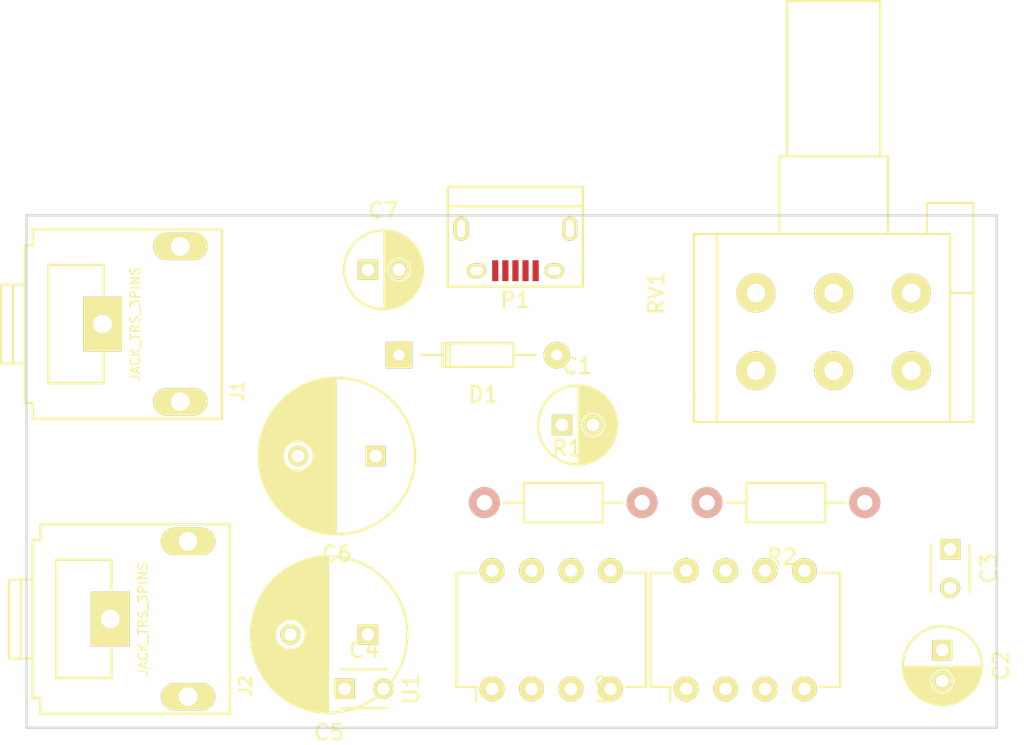
<source format=kicad_pcb>
(kicad_pcb (version 4) (host pcbnew 4.0.2+dfsg1-stable)

  (general
    (links 31)
    (no_connects 18)
    (area 21.924999 19.924999 84.575001 53.075001)
    (thickness 1.6)
    (drawings 4)
    (tracks 0)
    (zones 0)
    (modules 16)
    (nets 23)
  )

  (page User 150.012 101.6)
  (layers
    (0 F.Cu signal)
    (31 B.Cu signal)
    (32 B.Adhes user)
    (33 F.Adhes user)
    (34 B.Paste user)
    (35 F.Paste user)
    (36 B.SilkS user)
    (37 F.SilkS user)
    (38 B.Mask user)
    (39 F.Mask user)
    (40 Dwgs.User user)
    (41 Cmts.User user)
    (42 Eco1.User user)
    (43 Eco2.User user)
    (44 Edge.Cuts user)
    (45 Margin user)
    (46 B.CrtYd user)
    (47 F.CrtYd user)
    (48 B.Fab user)
    (49 F.Fab user)
  )

  (setup
    (last_trace_width 0.25)
    (user_trace_width 0.8)
    (trace_clearance 0.2)
    (zone_clearance 0.8)
    (zone_45_only no)
    (trace_min 0.2)
    (segment_width 0.2)
    (edge_width 0.15)
    (via_size 0.6)
    (via_drill 0.4)
    (via_min_size 0.4)
    (via_min_drill 0.3)
    (user_via 0.8 0.75)
    (uvia_size 0.3)
    (uvia_drill 0.1)
    (uvias_allowed no)
    (uvia_min_size 0.2)
    (uvia_min_drill 0.1)
    (pcb_text_width 0.3)
    (pcb_text_size 1.5 1.5)
    (mod_edge_width 0.15)
    (mod_text_size 1 1)
    (mod_text_width 0.15)
    (pad_size 1.524 1.524)
    (pad_drill 0.762)
    (pad_to_mask_clearance 0.2)
    (aux_axis_origin 85.3 46.2)
    (grid_origin 108 136)
    (visible_elements FFFFF77F)
    (pcbplotparams
      (layerselection 0x00000_00000001)
      (usegerberextensions false)
      (excludeedgelayer true)
      (linewidth 0.500000)
      (plotframeref false)
      (viasonmask false)
      (mode 1)
      (useauxorigin false)
      (hpglpennumber 1)
      (hpglpenspeed 20)
      (hpglpendiameter 15)
      (hpglpenoverlay 2)
      (psnegative false)
      (psa4output false)
      (plotreference true)
      (plotvalue true)
      (plotinvisibletext false)
      (padsonsilk false)
      (subtractmaskfromsilk false)
      (outputformat 4)
      (mirror false)
      (drillshape 0)
      (scaleselection 1)
      (outputdirectory ""))
  )

  (net 0 "")
  (net 1 "Net-(C1-Pad1)")
  (net 2 GND)
  (net 3 "Net-(C2-Pad1)")
  (net 4 "Net-(C3-Pad1)")
  (net 5 "Net-(C4-Pad1)")
  (net 6 "Net-(C5-Pad2)")
  (net 7 "Net-(C6-Pad2)")
  (net 8 Vcc)
  (net 9 "Net-(U1-Pad1)")
  (net 10 "Net-(RV1-Pad2)")
  (net 11 "Net-(U1-Pad8)")
  (net 12 "Net-(U2-Pad1)")
  (net 13 "Net-(RV1-Pad5)")
  (net 14 "Net-(U2-Pad8)")
  (net 15 "Net-(J1-Pad2)")
  (net 16 "Net-(J1-Pad3)")
  (net 17 "Net-(C5-Pad1)")
  (net 18 "Net-(C6-Pad1)")
  (net 19 "Net-(D1-Pad2)")
  (net 20 "Net-(P1-Pad2)")
  (net 21 "Net-(P1-Pad3)")
  (net 22 "Net-(P1-Pad5)")

  (net_class Default "This is the default net class."
    (clearance 0.2)
    (trace_width 0.25)
    (via_dia 0.6)
    (via_drill 0.4)
    (uvia_dia 0.3)
    (uvia_drill 0.1)
    (add_net GND)
    (add_net "Net-(C1-Pad1)")
    (add_net "Net-(C2-Pad1)")
    (add_net "Net-(C3-Pad1)")
    (add_net "Net-(C4-Pad1)")
    (add_net "Net-(C5-Pad1)")
    (add_net "Net-(C5-Pad2)")
    (add_net "Net-(C6-Pad1)")
    (add_net "Net-(C6-Pad2)")
    (add_net "Net-(D1-Pad2)")
    (add_net "Net-(J1-Pad2)")
    (add_net "Net-(J1-Pad3)")
    (add_net "Net-(P1-Pad2)")
    (add_net "Net-(P1-Pad3)")
    (add_net "Net-(P1-Pad5)")
    (add_net "Net-(RV1-Pad2)")
    (add_net "Net-(RV1-Pad5)")
    (add_net "Net-(U1-Pad1)")
    (add_net "Net-(U1-Pad8)")
    (add_net "Net-(U2-Pad1)")
    (add_net "Net-(U2-Pad8)")
    (add_net Vcc)
  )

  (module Capacitors_ThroughHole:C_Radial_D5_L11_P2 (layer F.Cu) (tedit 0) (tstamp 5AEB741C)
    (at 56.5 33.5)
    (descr "Radial Electrolytic Capacitor 5mm x Length 11mm, Pitch 2mm")
    (tags "Electrolytic Capacitor")
    (path /5AD1E1CD)
    (fp_text reference C1 (at 1 -3.8) (layer F.SilkS)
      (effects (font (size 1 1) (thickness 0.15)))
    )
    (fp_text value 100uF (at 1 3.8) (layer F.Fab)
      (effects (font (size 1 1) (thickness 0.15)))
    )
    (fp_line (start 1.075 -2.499) (end 1.075 2.499) (layer F.SilkS) (width 0.15))
    (fp_line (start 1.215 -2.491) (end 1.215 -0.154) (layer F.SilkS) (width 0.15))
    (fp_line (start 1.215 0.154) (end 1.215 2.491) (layer F.SilkS) (width 0.15))
    (fp_line (start 1.355 -2.475) (end 1.355 -0.473) (layer F.SilkS) (width 0.15))
    (fp_line (start 1.355 0.473) (end 1.355 2.475) (layer F.SilkS) (width 0.15))
    (fp_line (start 1.495 -2.451) (end 1.495 -0.62) (layer F.SilkS) (width 0.15))
    (fp_line (start 1.495 0.62) (end 1.495 2.451) (layer F.SilkS) (width 0.15))
    (fp_line (start 1.635 -2.418) (end 1.635 -0.712) (layer F.SilkS) (width 0.15))
    (fp_line (start 1.635 0.712) (end 1.635 2.418) (layer F.SilkS) (width 0.15))
    (fp_line (start 1.775 -2.377) (end 1.775 -0.768) (layer F.SilkS) (width 0.15))
    (fp_line (start 1.775 0.768) (end 1.775 2.377) (layer F.SilkS) (width 0.15))
    (fp_line (start 1.915 -2.327) (end 1.915 -0.795) (layer F.SilkS) (width 0.15))
    (fp_line (start 1.915 0.795) (end 1.915 2.327) (layer F.SilkS) (width 0.15))
    (fp_line (start 2.055 -2.266) (end 2.055 -0.798) (layer F.SilkS) (width 0.15))
    (fp_line (start 2.055 0.798) (end 2.055 2.266) (layer F.SilkS) (width 0.15))
    (fp_line (start 2.195 -2.196) (end 2.195 -0.776) (layer F.SilkS) (width 0.15))
    (fp_line (start 2.195 0.776) (end 2.195 2.196) (layer F.SilkS) (width 0.15))
    (fp_line (start 2.335 -2.114) (end 2.335 -0.726) (layer F.SilkS) (width 0.15))
    (fp_line (start 2.335 0.726) (end 2.335 2.114) (layer F.SilkS) (width 0.15))
    (fp_line (start 2.475 -2.019) (end 2.475 -0.644) (layer F.SilkS) (width 0.15))
    (fp_line (start 2.475 0.644) (end 2.475 2.019) (layer F.SilkS) (width 0.15))
    (fp_line (start 2.615 -1.908) (end 2.615 -0.512) (layer F.SilkS) (width 0.15))
    (fp_line (start 2.615 0.512) (end 2.615 1.908) (layer F.SilkS) (width 0.15))
    (fp_line (start 2.755 -1.78) (end 2.755 -0.265) (layer F.SilkS) (width 0.15))
    (fp_line (start 2.755 0.265) (end 2.755 1.78) (layer F.SilkS) (width 0.15))
    (fp_line (start 2.895 -1.631) (end 2.895 1.631) (layer F.SilkS) (width 0.15))
    (fp_line (start 3.035 -1.452) (end 3.035 1.452) (layer F.SilkS) (width 0.15))
    (fp_line (start 3.175 -1.233) (end 3.175 1.233) (layer F.SilkS) (width 0.15))
    (fp_line (start 3.315 -0.944) (end 3.315 0.944) (layer F.SilkS) (width 0.15))
    (fp_line (start 3.455 -0.472) (end 3.455 0.472) (layer F.SilkS) (width 0.15))
    (fp_circle (center 2 0) (end 2 -0.8) (layer F.SilkS) (width 0.15))
    (fp_circle (center 1 0) (end 1 -2.5375) (layer F.SilkS) (width 0.15))
    (fp_circle (center 1 0) (end 1 -2.8) (layer F.CrtYd) (width 0.05))
    (pad 1 thru_hole rect (at 0 0) (size 1.3 1.3) (drill 0.8) (layers *.Cu *.Mask F.SilkS)
      (net 1 "Net-(C1-Pad1)"))
    (pad 2 thru_hole circle (at 2 0) (size 1.3 1.3) (drill 0.8) (layers *.Cu *.Mask F.SilkS)
      (net 2 GND))
    (model Capacitors_ThroughHole.3dshapes/C_Radial_D5_L11_P2.wrl
      (at (xyz 0 0 0))
      (scale (xyz 1 1 1))
      (rotate (xyz 0 0 0))
    )
  )

  (module Capacitors_ThroughHole:C_Radial_D5_L11_P2 (layer F.Cu) (tedit 0) (tstamp 5AEB7443)
    (at 81 48 270)
    (descr "Radial Electrolytic Capacitor 5mm x Length 11mm, Pitch 2mm")
    (tags "Electrolytic Capacitor")
    (path /5AD1E3E5)
    (fp_text reference C2 (at 1 -3.8 270) (layer F.SilkS)
      (effects (font (size 1 1) (thickness 0.15)))
    )
    (fp_text value 100uF (at 1 3.8 270) (layer F.Fab)
      (effects (font (size 1 1) (thickness 0.15)))
    )
    (fp_line (start 1.075 -2.499) (end 1.075 2.499) (layer F.SilkS) (width 0.15))
    (fp_line (start 1.215 -2.491) (end 1.215 -0.154) (layer F.SilkS) (width 0.15))
    (fp_line (start 1.215 0.154) (end 1.215 2.491) (layer F.SilkS) (width 0.15))
    (fp_line (start 1.355 -2.475) (end 1.355 -0.473) (layer F.SilkS) (width 0.15))
    (fp_line (start 1.355 0.473) (end 1.355 2.475) (layer F.SilkS) (width 0.15))
    (fp_line (start 1.495 -2.451) (end 1.495 -0.62) (layer F.SilkS) (width 0.15))
    (fp_line (start 1.495 0.62) (end 1.495 2.451) (layer F.SilkS) (width 0.15))
    (fp_line (start 1.635 -2.418) (end 1.635 -0.712) (layer F.SilkS) (width 0.15))
    (fp_line (start 1.635 0.712) (end 1.635 2.418) (layer F.SilkS) (width 0.15))
    (fp_line (start 1.775 -2.377) (end 1.775 -0.768) (layer F.SilkS) (width 0.15))
    (fp_line (start 1.775 0.768) (end 1.775 2.377) (layer F.SilkS) (width 0.15))
    (fp_line (start 1.915 -2.327) (end 1.915 -0.795) (layer F.SilkS) (width 0.15))
    (fp_line (start 1.915 0.795) (end 1.915 2.327) (layer F.SilkS) (width 0.15))
    (fp_line (start 2.055 -2.266) (end 2.055 -0.798) (layer F.SilkS) (width 0.15))
    (fp_line (start 2.055 0.798) (end 2.055 2.266) (layer F.SilkS) (width 0.15))
    (fp_line (start 2.195 -2.196) (end 2.195 -0.776) (layer F.SilkS) (width 0.15))
    (fp_line (start 2.195 0.776) (end 2.195 2.196) (layer F.SilkS) (width 0.15))
    (fp_line (start 2.335 -2.114) (end 2.335 -0.726) (layer F.SilkS) (width 0.15))
    (fp_line (start 2.335 0.726) (end 2.335 2.114) (layer F.SilkS) (width 0.15))
    (fp_line (start 2.475 -2.019) (end 2.475 -0.644) (layer F.SilkS) (width 0.15))
    (fp_line (start 2.475 0.644) (end 2.475 2.019) (layer F.SilkS) (width 0.15))
    (fp_line (start 2.615 -1.908) (end 2.615 -0.512) (layer F.SilkS) (width 0.15))
    (fp_line (start 2.615 0.512) (end 2.615 1.908) (layer F.SilkS) (width 0.15))
    (fp_line (start 2.755 -1.78) (end 2.755 -0.265) (layer F.SilkS) (width 0.15))
    (fp_line (start 2.755 0.265) (end 2.755 1.78) (layer F.SilkS) (width 0.15))
    (fp_line (start 2.895 -1.631) (end 2.895 1.631) (layer F.SilkS) (width 0.15))
    (fp_line (start 3.035 -1.452) (end 3.035 1.452) (layer F.SilkS) (width 0.15))
    (fp_line (start 3.175 -1.233) (end 3.175 1.233) (layer F.SilkS) (width 0.15))
    (fp_line (start 3.315 -0.944) (end 3.315 0.944) (layer F.SilkS) (width 0.15))
    (fp_line (start 3.455 -0.472) (end 3.455 0.472) (layer F.SilkS) (width 0.15))
    (fp_circle (center 2 0) (end 2 -0.8) (layer F.SilkS) (width 0.15))
    (fp_circle (center 1 0) (end 1 -2.5375) (layer F.SilkS) (width 0.15))
    (fp_circle (center 1 0) (end 1 -2.8) (layer F.CrtYd) (width 0.05))
    (pad 1 thru_hole rect (at 0 0 270) (size 1.3 1.3) (drill 0.8) (layers *.Cu *.Mask F.SilkS)
      (net 3 "Net-(C2-Pad1)"))
    (pad 2 thru_hole circle (at 2 0 270) (size 1.3 1.3) (drill 0.8) (layers *.Cu *.Mask F.SilkS)
      (net 2 GND))
    (model Capacitors_ThroughHole.3dshapes/C_Radial_D5_L11_P2.wrl
      (at (xyz 0 0 0))
      (scale (xyz 1 1 1))
      (rotate (xyz 0 0 0))
    )
  )

  (module Capacitors_ThroughHole:C_Disc_D3_P2.5 (layer F.Cu) (tedit 0) (tstamp 5AEB744F)
    (at 81.5 41.5 270)
    (descr "Capacitor 3mm Disc, Pitch 2.5mm")
    (tags Capacitor)
    (path /5AE8B2E9)
    (fp_text reference C3 (at 1.25 -2.5 270) (layer F.SilkS)
      (effects (font (size 1 1) (thickness 0.15)))
    )
    (fp_text value 47nF (at 1.25 2.5 270) (layer F.Fab)
      (effects (font (size 1 1) (thickness 0.15)))
    )
    (fp_line (start -0.9 -1.5) (end 3.4 -1.5) (layer F.CrtYd) (width 0.05))
    (fp_line (start 3.4 -1.5) (end 3.4 1.5) (layer F.CrtYd) (width 0.05))
    (fp_line (start 3.4 1.5) (end -0.9 1.5) (layer F.CrtYd) (width 0.05))
    (fp_line (start -0.9 1.5) (end -0.9 -1.5) (layer F.CrtYd) (width 0.05))
    (fp_line (start -0.25 -1.25) (end 2.75 -1.25) (layer F.SilkS) (width 0.15))
    (fp_line (start 2.75 1.25) (end -0.25 1.25) (layer F.SilkS) (width 0.15))
    (pad 1 thru_hole rect (at 0 0 270) (size 1.3 1.3) (drill 0.8) (layers *.Cu *.Mask F.SilkS)
      (net 4 "Net-(C3-Pad1)"))
    (pad 2 thru_hole circle (at 2.5 0 270) (size 1.3 1.3) (drill 0.8001) (layers *.Cu *.Mask F.SilkS)
      (net 2 GND))
    (model Capacitors_ThroughHole.3dshapes/C_Disc_D3_P2.5.wrl
      (at (xyz 0.0492126 0 0))
      (scale (xyz 1 1 1))
      (rotate (xyz 0 0 0))
    )
  )

  (module Capacitors_ThroughHole:C_Disc_D3_P2.5 (layer F.Cu) (tedit 0) (tstamp 5AEB745B)
    (at 42.5 50.5)
    (descr "Capacitor 3mm Disc, Pitch 2.5mm")
    (tags Capacitor)
    (path /5AE8B25F)
    (fp_text reference C4 (at 1.25 -2.5) (layer F.SilkS)
      (effects (font (size 1 1) (thickness 0.15)))
    )
    (fp_text value 47nF (at 1.25 2.5) (layer F.Fab)
      (effects (font (size 1 1) (thickness 0.15)))
    )
    (fp_line (start -0.9 -1.5) (end 3.4 -1.5) (layer F.CrtYd) (width 0.05))
    (fp_line (start 3.4 -1.5) (end 3.4 1.5) (layer F.CrtYd) (width 0.05))
    (fp_line (start 3.4 1.5) (end -0.9 1.5) (layer F.CrtYd) (width 0.05))
    (fp_line (start -0.9 1.5) (end -0.9 -1.5) (layer F.CrtYd) (width 0.05))
    (fp_line (start -0.25 -1.25) (end 2.75 -1.25) (layer F.SilkS) (width 0.15))
    (fp_line (start 2.75 1.25) (end -0.25 1.25) (layer F.SilkS) (width 0.15))
    (pad 1 thru_hole rect (at 0 0) (size 1.3 1.3) (drill 0.8) (layers *.Cu *.Mask F.SilkS)
      (net 5 "Net-(C4-Pad1)"))
    (pad 2 thru_hole circle (at 2.5 0) (size 1.3 1.3) (drill 0.8001) (layers *.Cu *.Mask F.SilkS)
      (net 2 GND))
    (model Capacitors_ThroughHole.3dshapes/C_Disc_D3_P2.5.wrl
      (at (xyz 0.0492126 0 0))
      (scale (xyz 1 1 1))
      (rotate (xyz 0 0 0))
    )
  )

  (module Capacitors_ThroughHole:C_Radial_D10_L13_P5 (layer F.Cu) (tedit 0) (tstamp 5AEB7496)
    (at 44 47 180)
    (descr "Radial Electrolytic Capacitor Diameter 10mm x Length 13mm, Pitch 5mm")
    (tags "Electrolytic Capacitor")
    (path /5AD1E933)
    (fp_text reference C5 (at 2.5 -6.3 180) (layer F.SilkS)
      (effects (font (size 1 1) (thickness 0.15)))
    )
    (fp_text value 1000uF (at 2.5 6.3 180) (layer F.Fab)
      (effects (font (size 1 1) (thickness 0.15)))
    )
    (fp_line (start 2.575 -4.999) (end 2.575 4.999) (layer F.SilkS) (width 0.15))
    (fp_line (start 2.715 -4.995) (end 2.715 4.995) (layer F.SilkS) (width 0.15))
    (fp_line (start 2.855 -4.987) (end 2.855 4.987) (layer F.SilkS) (width 0.15))
    (fp_line (start 2.995 -4.975) (end 2.995 4.975) (layer F.SilkS) (width 0.15))
    (fp_line (start 3.135 -4.96) (end 3.135 4.96) (layer F.SilkS) (width 0.15))
    (fp_line (start 3.275 -4.94) (end 3.275 4.94) (layer F.SilkS) (width 0.15))
    (fp_line (start 3.415 -4.916) (end 3.415 4.916) (layer F.SilkS) (width 0.15))
    (fp_line (start 3.555 -4.887) (end 3.555 4.887) (layer F.SilkS) (width 0.15))
    (fp_line (start 3.695 -4.855) (end 3.695 4.855) (layer F.SilkS) (width 0.15))
    (fp_line (start 3.835 -4.818) (end 3.835 4.818) (layer F.SilkS) (width 0.15))
    (fp_line (start 3.975 -4.777) (end 3.975 4.777) (layer F.SilkS) (width 0.15))
    (fp_line (start 4.115 -4.732) (end 4.115 -0.466) (layer F.SilkS) (width 0.15))
    (fp_line (start 4.115 0.466) (end 4.115 4.732) (layer F.SilkS) (width 0.15))
    (fp_line (start 4.255 -4.682) (end 4.255 -0.667) (layer F.SilkS) (width 0.15))
    (fp_line (start 4.255 0.667) (end 4.255 4.682) (layer F.SilkS) (width 0.15))
    (fp_line (start 4.395 -4.627) (end 4.395 -0.796) (layer F.SilkS) (width 0.15))
    (fp_line (start 4.395 0.796) (end 4.395 4.627) (layer F.SilkS) (width 0.15))
    (fp_line (start 4.535 -4.567) (end 4.535 -0.885) (layer F.SilkS) (width 0.15))
    (fp_line (start 4.535 0.885) (end 4.535 4.567) (layer F.SilkS) (width 0.15))
    (fp_line (start 4.675 -4.502) (end 4.675 -0.946) (layer F.SilkS) (width 0.15))
    (fp_line (start 4.675 0.946) (end 4.675 4.502) (layer F.SilkS) (width 0.15))
    (fp_line (start 4.815 -4.432) (end 4.815 -0.983) (layer F.SilkS) (width 0.15))
    (fp_line (start 4.815 0.983) (end 4.815 4.432) (layer F.SilkS) (width 0.15))
    (fp_line (start 4.955 -4.356) (end 4.955 -0.999) (layer F.SilkS) (width 0.15))
    (fp_line (start 4.955 0.999) (end 4.955 4.356) (layer F.SilkS) (width 0.15))
    (fp_line (start 5.095 -4.274) (end 5.095 -0.995) (layer F.SilkS) (width 0.15))
    (fp_line (start 5.095 0.995) (end 5.095 4.274) (layer F.SilkS) (width 0.15))
    (fp_line (start 5.235 -4.186) (end 5.235 -0.972) (layer F.SilkS) (width 0.15))
    (fp_line (start 5.235 0.972) (end 5.235 4.186) (layer F.SilkS) (width 0.15))
    (fp_line (start 5.375 -4.091) (end 5.375 -0.927) (layer F.SilkS) (width 0.15))
    (fp_line (start 5.375 0.927) (end 5.375 4.091) (layer F.SilkS) (width 0.15))
    (fp_line (start 5.515 -3.989) (end 5.515 -0.857) (layer F.SilkS) (width 0.15))
    (fp_line (start 5.515 0.857) (end 5.515 3.989) (layer F.SilkS) (width 0.15))
    (fp_line (start 5.655 -3.879) (end 5.655 -0.756) (layer F.SilkS) (width 0.15))
    (fp_line (start 5.655 0.756) (end 5.655 3.879) (layer F.SilkS) (width 0.15))
    (fp_line (start 5.795 -3.761) (end 5.795 -0.607) (layer F.SilkS) (width 0.15))
    (fp_line (start 5.795 0.607) (end 5.795 3.761) (layer F.SilkS) (width 0.15))
    (fp_line (start 5.935 -3.633) (end 5.935 -0.355) (layer F.SilkS) (width 0.15))
    (fp_line (start 5.935 0.355) (end 5.935 3.633) (layer F.SilkS) (width 0.15))
    (fp_line (start 6.075 -3.496) (end 6.075 3.496) (layer F.SilkS) (width 0.15))
    (fp_line (start 6.215 -3.346) (end 6.215 3.346) (layer F.SilkS) (width 0.15))
    (fp_line (start 6.355 -3.184) (end 6.355 3.184) (layer F.SilkS) (width 0.15))
    (fp_line (start 6.495 -3.007) (end 6.495 3.007) (layer F.SilkS) (width 0.15))
    (fp_line (start 6.635 -2.811) (end 6.635 2.811) (layer F.SilkS) (width 0.15))
    (fp_line (start 6.775 -2.593) (end 6.775 2.593) (layer F.SilkS) (width 0.15))
    (fp_line (start 6.915 -2.347) (end 6.915 2.347) (layer F.SilkS) (width 0.15))
    (fp_line (start 7.055 -2.062) (end 7.055 2.062) (layer F.SilkS) (width 0.15))
    (fp_line (start 7.195 -1.72) (end 7.195 1.72) (layer F.SilkS) (width 0.15))
    (fp_line (start 7.335 -1.274) (end 7.335 1.274) (layer F.SilkS) (width 0.15))
    (fp_line (start 7.475 -0.499) (end 7.475 0.499) (layer F.SilkS) (width 0.15))
    (fp_circle (center 5 0) (end 5 -1) (layer F.SilkS) (width 0.15))
    (fp_circle (center 2.5 0) (end 2.5 -5.0375) (layer F.SilkS) (width 0.15))
    (fp_circle (center 2.5 0) (end 2.5 -5.3) (layer F.CrtYd) (width 0.05))
    (pad 1 thru_hole rect (at 0 0 180) (size 1.3 1.3) (drill 0.8) (layers *.Cu *.Mask F.SilkS)
      (net 17 "Net-(C5-Pad1)"))
    (pad 2 thru_hole circle (at 5 0 180) (size 1.3 1.3) (drill 0.8) (layers *.Cu *.Mask F.SilkS)
      (net 6 "Net-(C5-Pad2)"))
    (model Capacitors_ThroughHole.3dshapes/C_Radial_D10_L13_P5.wrl
      (at (xyz 0.0984252 0 0))
      (scale (xyz 1 1 1))
      (rotate (xyz 0 0 90))
    )
  )

  (module Capacitors_ThroughHole:C_Radial_D10_L13_P5 (layer F.Cu) (tedit 0) (tstamp 5AEB74D1)
    (at 44.5 35.5 180)
    (descr "Radial Electrolytic Capacitor Diameter 10mm x Length 13mm, Pitch 5mm")
    (tags "Electrolytic Capacitor")
    (path /5AD1EA62)
    (fp_text reference C6 (at 2.5 -6.3 180) (layer F.SilkS)
      (effects (font (size 1 1) (thickness 0.15)))
    )
    (fp_text value 1000uF (at 2.5 6.3 180) (layer F.Fab)
      (effects (font (size 1 1) (thickness 0.15)))
    )
    (fp_line (start 2.575 -4.999) (end 2.575 4.999) (layer F.SilkS) (width 0.15))
    (fp_line (start 2.715 -4.995) (end 2.715 4.995) (layer F.SilkS) (width 0.15))
    (fp_line (start 2.855 -4.987) (end 2.855 4.987) (layer F.SilkS) (width 0.15))
    (fp_line (start 2.995 -4.975) (end 2.995 4.975) (layer F.SilkS) (width 0.15))
    (fp_line (start 3.135 -4.96) (end 3.135 4.96) (layer F.SilkS) (width 0.15))
    (fp_line (start 3.275 -4.94) (end 3.275 4.94) (layer F.SilkS) (width 0.15))
    (fp_line (start 3.415 -4.916) (end 3.415 4.916) (layer F.SilkS) (width 0.15))
    (fp_line (start 3.555 -4.887) (end 3.555 4.887) (layer F.SilkS) (width 0.15))
    (fp_line (start 3.695 -4.855) (end 3.695 4.855) (layer F.SilkS) (width 0.15))
    (fp_line (start 3.835 -4.818) (end 3.835 4.818) (layer F.SilkS) (width 0.15))
    (fp_line (start 3.975 -4.777) (end 3.975 4.777) (layer F.SilkS) (width 0.15))
    (fp_line (start 4.115 -4.732) (end 4.115 -0.466) (layer F.SilkS) (width 0.15))
    (fp_line (start 4.115 0.466) (end 4.115 4.732) (layer F.SilkS) (width 0.15))
    (fp_line (start 4.255 -4.682) (end 4.255 -0.667) (layer F.SilkS) (width 0.15))
    (fp_line (start 4.255 0.667) (end 4.255 4.682) (layer F.SilkS) (width 0.15))
    (fp_line (start 4.395 -4.627) (end 4.395 -0.796) (layer F.SilkS) (width 0.15))
    (fp_line (start 4.395 0.796) (end 4.395 4.627) (layer F.SilkS) (width 0.15))
    (fp_line (start 4.535 -4.567) (end 4.535 -0.885) (layer F.SilkS) (width 0.15))
    (fp_line (start 4.535 0.885) (end 4.535 4.567) (layer F.SilkS) (width 0.15))
    (fp_line (start 4.675 -4.502) (end 4.675 -0.946) (layer F.SilkS) (width 0.15))
    (fp_line (start 4.675 0.946) (end 4.675 4.502) (layer F.SilkS) (width 0.15))
    (fp_line (start 4.815 -4.432) (end 4.815 -0.983) (layer F.SilkS) (width 0.15))
    (fp_line (start 4.815 0.983) (end 4.815 4.432) (layer F.SilkS) (width 0.15))
    (fp_line (start 4.955 -4.356) (end 4.955 -0.999) (layer F.SilkS) (width 0.15))
    (fp_line (start 4.955 0.999) (end 4.955 4.356) (layer F.SilkS) (width 0.15))
    (fp_line (start 5.095 -4.274) (end 5.095 -0.995) (layer F.SilkS) (width 0.15))
    (fp_line (start 5.095 0.995) (end 5.095 4.274) (layer F.SilkS) (width 0.15))
    (fp_line (start 5.235 -4.186) (end 5.235 -0.972) (layer F.SilkS) (width 0.15))
    (fp_line (start 5.235 0.972) (end 5.235 4.186) (layer F.SilkS) (width 0.15))
    (fp_line (start 5.375 -4.091) (end 5.375 -0.927) (layer F.SilkS) (width 0.15))
    (fp_line (start 5.375 0.927) (end 5.375 4.091) (layer F.SilkS) (width 0.15))
    (fp_line (start 5.515 -3.989) (end 5.515 -0.857) (layer F.SilkS) (width 0.15))
    (fp_line (start 5.515 0.857) (end 5.515 3.989) (layer F.SilkS) (width 0.15))
    (fp_line (start 5.655 -3.879) (end 5.655 -0.756) (layer F.SilkS) (width 0.15))
    (fp_line (start 5.655 0.756) (end 5.655 3.879) (layer F.SilkS) (width 0.15))
    (fp_line (start 5.795 -3.761) (end 5.795 -0.607) (layer F.SilkS) (width 0.15))
    (fp_line (start 5.795 0.607) (end 5.795 3.761) (layer F.SilkS) (width 0.15))
    (fp_line (start 5.935 -3.633) (end 5.935 -0.355) (layer F.SilkS) (width 0.15))
    (fp_line (start 5.935 0.355) (end 5.935 3.633) (layer F.SilkS) (width 0.15))
    (fp_line (start 6.075 -3.496) (end 6.075 3.496) (layer F.SilkS) (width 0.15))
    (fp_line (start 6.215 -3.346) (end 6.215 3.346) (layer F.SilkS) (width 0.15))
    (fp_line (start 6.355 -3.184) (end 6.355 3.184) (layer F.SilkS) (width 0.15))
    (fp_line (start 6.495 -3.007) (end 6.495 3.007) (layer F.SilkS) (width 0.15))
    (fp_line (start 6.635 -2.811) (end 6.635 2.811) (layer F.SilkS) (width 0.15))
    (fp_line (start 6.775 -2.593) (end 6.775 2.593) (layer F.SilkS) (width 0.15))
    (fp_line (start 6.915 -2.347) (end 6.915 2.347) (layer F.SilkS) (width 0.15))
    (fp_line (start 7.055 -2.062) (end 7.055 2.062) (layer F.SilkS) (width 0.15))
    (fp_line (start 7.195 -1.72) (end 7.195 1.72) (layer F.SilkS) (width 0.15))
    (fp_line (start 7.335 -1.274) (end 7.335 1.274) (layer F.SilkS) (width 0.15))
    (fp_line (start 7.475 -0.499) (end 7.475 0.499) (layer F.SilkS) (width 0.15))
    (fp_circle (center 5 0) (end 5 -1) (layer F.SilkS) (width 0.15))
    (fp_circle (center 2.5 0) (end 2.5 -5.0375) (layer F.SilkS) (width 0.15))
    (fp_circle (center 2.5 0) (end 2.5 -5.3) (layer F.CrtYd) (width 0.05))
    (pad 1 thru_hole rect (at 0 0 180) (size 1.3 1.3) (drill 0.8) (layers *.Cu *.Mask F.SilkS)
      (net 18 "Net-(C6-Pad1)"))
    (pad 2 thru_hole circle (at 5 0 180) (size 1.3 1.3) (drill 0.8) (layers *.Cu *.Mask F.SilkS)
      (net 7 "Net-(C6-Pad2)"))
    (model Capacitors_ThroughHole.3dshapes/C_Radial_D10_L13_P5.wrl
      (at (xyz 0.0984252 0 0))
      (scale (xyz 1 1 1))
      (rotate (xyz 0 0 90))
    )
  )

  (module Capacitors_ThroughHole:C_Radial_D5_L11_P2 (layer F.Cu) (tedit 0) (tstamp 5AEB74F8)
    (at 44 23.5)
    (descr "Radial Electrolytic Capacitor 5mm x Length 11mm, Pitch 2mm")
    (tags "Electrolytic Capacitor")
    (path /5AD1EE71)
    (fp_text reference C7 (at 1 -3.8) (layer F.SilkS)
      (effects (font (size 1 1) (thickness 0.15)))
    )
    (fp_text value 100uF (at 1 3.8) (layer F.Fab)
      (effects (font (size 1 1) (thickness 0.15)))
    )
    (fp_line (start 1.075 -2.499) (end 1.075 2.499) (layer F.SilkS) (width 0.15))
    (fp_line (start 1.215 -2.491) (end 1.215 -0.154) (layer F.SilkS) (width 0.15))
    (fp_line (start 1.215 0.154) (end 1.215 2.491) (layer F.SilkS) (width 0.15))
    (fp_line (start 1.355 -2.475) (end 1.355 -0.473) (layer F.SilkS) (width 0.15))
    (fp_line (start 1.355 0.473) (end 1.355 2.475) (layer F.SilkS) (width 0.15))
    (fp_line (start 1.495 -2.451) (end 1.495 -0.62) (layer F.SilkS) (width 0.15))
    (fp_line (start 1.495 0.62) (end 1.495 2.451) (layer F.SilkS) (width 0.15))
    (fp_line (start 1.635 -2.418) (end 1.635 -0.712) (layer F.SilkS) (width 0.15))
    (fp_line (start 1.635 0.712) (end 1.635 2.418) (layer F.SilkS) (width 0.15))
    (fp_line (start 1.775 -2.377) (end 1.775 -0.768) (layer F.SilkS) (width 0.15))
    (fp_line (start 1.775 0.768) (end 1.775 2.377) (layer F.SilkS) (width 0.15))
    (fp_line (start 1.915 -2.327) (end 1.915 -0.795) (layer F.SilkS) (width 0.15))
    (fp_line (start 1.915 0.795) (end 1.915 2.327) (layer F.SilkS) (width 0.15))
    (fp_line (start 2.055 -2.266) (end 2.055 -0.798) (layer F.SilkS) (width 0.15))
    (fp_line (start 2.055 0.798) (end 2.055 2.266) (layer F.SilkS) (width 0.15))
    (fp_line (start 2.195 -2.196) (end 2.195 -0.776) (layer F.SilkS) (width 0.15))
    (fp_line (start 2.195 0.776) (end 2.195 2.196) (layer F.SilkS) (width 0.15))
    (fp_line (start 2.335 -2.114) (end 2.335 -0.726) (layer F.SilkS) (width 0.15))
    (fp_line (start 2.335 0.726) (end 2.335 2.114) (layer F.SilkS) (width 0.15))
    (fp_line (start 2.475 -2.019) (end 2.475 -0.644) (layer F.SilkS) (width 0.15))
    (fp_line (start 2.475 0.644) (end 2.475 2.019) (layer F.SilkS) (width 0.15))
    (fp_line (start 2.615 -1.908) (end 2.615 -0.512) (layer F.SilkS) (width 0.15))
    (fp_line (start 2.615 0.512) (end 2.615 1.908) (layer F.SilkS) (width 0.15))
    (fp_line (start 2.755 -1.78) (end 2.755 -0.265) (layer F.SilkS) (width 0.15))
    (fp_line (start 2.755 0.265) (end 2.755 1.78) (layer F.SilkS) (width 0.15))
    (fp_line (start 2.895 -1.631) (end 2.895 1.631) (layer F.SilkS) (width 0.15))
    (fp_line (start 3.035 -1.452) (end 3.035 1.452) (layer F.SilkS) (width 0.15))
    (fp_line (start 3.175 -1.233) (end 3.175 1.233) (layer F.SilkS) (width 0.15))
    (fp_line (start 3.315 -0.944) (end 3.315 0.944) (layer F.SilkS) (width 0.15))
    (fp_line (start 3.455 -0.472) (end 3.455 0.472) (layer F.SilkS) (width 0.15))
    (fp_circle (center 2 0) (end 2 -0.8) (layer F.SilkS) (width 0.15))
    (fp_circle (center 1 0) (end 1 -2.5375) (layer F.SilkS) (width 0.15))
    (fp_circle (center 1 0) (end 1 -2.8) (layer F.CrtYd) (width 0.05))
    (pad 1 thru_hole rect (at 0 0) (size 1.3 1.3) (drill 0.8) (layers *.Cu *.Mask F.SilkS)
      (net 8 Vcc))
    (pad 2 thru_hole circle (at 2 0) (size 1.3 1.3) (drill 0.8) (layers *.Cu *.Mask F.SilkS)
      (net 2 GND))
    (model Capacitors_ThroughHole.3dshapes/C_Radial_D5_L11_P2.wrl
      (at (xyz 0 0 0))
      (scale (xyz 1 1 1))
      (rotate (xyz 0 0 0))
    )
  )

  (module Diodes_ThroughHole:Diode_DO-35_SOD27_Horizontal_RM10 (layer F.Cu) (tedit 552FFC30) (tstamp 5AEB7507)
    (at 46 29)
    (descr "Diode, DO-35,  SOD27, Horizontal, RM 10mm")
    (tags "Diode, DO-35, SOD27, Horizontal, RM 10mm, 1N4148,")
    (path /5AD1FE9A)
    (fp_text reference D1 (at 5.43052 2.53746) (layer F.SilkS)
      (effects (font (size 1 1) (thickness 0.15)))
    )
    (fp_text value 1N4004 (at 4.41452 -3.55854) (layer F.Fab)
      (effects (font (size 1 1) (thickness 0.15)))
    )
    (fp_line (start 7.36652 -0.00254) (end 8.76352 -0.00254) (layer F.SilkS) (width 0.15))
    (fp_line (start 2.92152 -0.00254) (end 1.39752 -0.00254) (layer F.SilkS) (width 0.15))
    (fp_line (start 3.30252 -0.76454) (end 3.30252 0.75946) (layer F.SilkS) (width 0.15))
    (fp_line (start 3.04852 -0.76454) (end 3.04852 0.75946) (layer F.SilkS) (width 0.15))
    (fp_line (start 2.79452 -0.00254) (end 2.79452 0.75946) (layer F.SilkS) (width 0.15))
    (fp_line (start 2.79452 0.75946) (end 7.36652 0.75946) (layer F.SilkS) (width 0.15))
    (fp_line (start 7.36652 0.75946) (end 7.36652 -0.76454) (layer F.SilkS) (width 0.15))
    (fp_line (start 7.36652 -0.76454) (end 2.79452 -0.76454) (layer F.SilkS) (width 0.15))
    (fp_line (start 2.79452 -0.76454) (end 2.79452 -0.00254) (layer F.SilkS) (width 0.15))
    (pad 2 thru_hole circle (at 10.16052 -0.00254 180) (size 1.69926 1.69926) (drill 0.70104) (layers *.Cu *.Mask F.SilkS)
      (net 19 "Net-(D1-Pad2)"))
    (pad 1 thru_hole rect (at 0.00052 -0.00254 180) (size 1.69926 1.69926) (drill 0.70104) (layers *.Cu *.Mask F.SilkS)
      (net 8 Vcc))
    (model Diodes_ThroughHole.3dshapes/Diode_DO-35_SOD27_Horizontal_RM10.wrl
      (at (xyz 0.2 0 0))
      (scale (xyz 0.4 0.4 0.4))
      (rotate (xyz 0 0 180))
    )
  )

  (module audio_connector_3.5mm:3.5mm_stereo_TRS_jack (layer F.Cu) (tedit 5AD222B2) (tstamp 5AEB7520)
    (at 28.5 27 90)
    (path /5AD24415)
    (fp_text reference J1 (at -4.318 7.112 90) (layer F.SilkS)
      (effects (font (size 0.8 0.8) (thickness 0.15)))
    )
    (fp_text value JACK_TRS_3PINS (at 0 0.508 90) (layer F.SilkS)
      (effects (font (size 0.6 0.6) (thickness 0.1)))
    )
    (fp_line (start -1.778 -1.524) (end -3.81 -1.524) (layer F.SilkS) (width 0.15))
    (fp_line (start -3.81 -1.524) (end -3.81 -5.08) (layer F.SilkS) (width 0.15))
    (fp_line (start -3.81 -5.08) (end 3.81 -5.08) (layer F.SilkS) (width 0.15))
    (fp_line (start 3.81 -5.08) (end 3.81 -1.524) (layer F.SilkS) (width 0.15))
    (fp_line (start 3.81 -1.524) (end 1.778 -1.524) (layer F.SilkS) (width 0.15))
    (fp_line (start -5.08 -6.096) (end -6.096 -6.096) (layer F.SilkS) (width 0.15))
    (fp_line (start 6.096 -6.096) (end 5.08 -6.096) (layer F.SilkS) (width 0.15))
    (fp_line (start -2.54 -8.128) (end -2.54 -6.604) (layer F.SilkS) (width 0.15))
    (fp_line (start 2.54 -6.604) (end 2.54 -8.128) (layer F.SilkS) (width 0.15))
    (fp_line (start -2.54 -7.366) (end 2.54 -7.366) (layer F.SilkS) (width 0.15))
    (fp_line (start -5.08 -6.096) (end -5.08 -6.35) (layer F.SilkS) (width 0.15))
    (fp_line (start -5.08 -6.35) (end -5.08 -6.604) (layer F.SilkS) (width 0.15))
    (fp_line (start -5.08 -6.604) (end 5.08 -6.604) (layer F.SilkS) (width 0.15))
    (fp_line (start 5.08 -6.604) (end 5.08 -6.096) (layer F.SilkS) (width 0.15))
    (fp_line (start -2.54 -8.128) (end 2.54 -8.128) (layer F.SilkS) (width 0.15))
    (fp_line (start -6.096 6.096) (end -6.096 -6.096) (layer F.SilkS) (width 0.15))
    (fp_line (start 6.096 -6.096) (end 6.096 6.096) (layer F.SilkS) (width 0.15))
    (fp_line (start 6.096 6.096) (end -6.096 6.096) (layer F.SilkS) (width 0.15))
    (pad 1 thru_hole rect (at 0 -1.596 90) (size 3.5 2.5) (drill 1.2) (layers *.Cu *.Mask F.SilkS)
      (net 2 GND))
    (pad 2 thru_hole oval (at 5 3.41 90) (size 1.75 3.5) (drill 1.2) (layers *.Cu *.Mask F.SilkS)
      (net 15 "Net-(J1-Pad2)"))
    (pad 3 thru_hole oval (at -5 3.41 90) (size 1.75 3.5) (drill 1.2) (layers *.Cu *.Mask F.SilkS)
      (net 16 "Net-(J1-Pad3)"))
  )

  (module audio_connector_3.5mm:3.5mm_stereo_TRS_jack (layer F.Cu) (tedit 5AD222B2) (tstamp 5AEB7539)
    (at 29 46 90)
    (path /5AD24498)
    (fp_text reference J2 (at -4.318 7.112 90) (layer F.SilkS)
      (effects (font (size 0.8 0.8) (thickness 0.15)))
    )
    (fp_text value JACK_TRS_3PINS (at 0 0.508 90) (layer F.SilkS)
      (effects (font (size 0.6 0.6) (thickness 0.1)))
    )
    (fp_line (start -1.778 -1.524) (end -3.81 -1.524) (layer F.SilkS) (width 0.15))
    (fp_line (start -3.81 -1.524) (end -3.81 -5.08) (layer F.SilkS) (width 0.15))
    (fp_line (start -3.81 -5.08) (end 3.81 -5.08) (layer F.SilkS) (width 0.15))
    (fp_line (start 3.81 -5.08) (end 3.81 -1.524) (layer F.SilkS) (width 0.15))
    (fp_line (start 3.81 -1.524) (end 1.778 -1.524) (layer F.SilkS) (width 0.15))
    (fp_line (start -5.08 -6.096) (end -6.096 -6.096) (layer F.SilkS) (width 0.15))
    (fp_line (start 6.096 -6.096) (end 5.08 -6.096) (layer F.SilkS) (width 0.15))
    (fp_line (start -2.54 -8.128) (end -2.54 -6.604) (layer F.SilkS) (width 0.15))
    (fp_line (start 2.54 -6.604) (end 2.54 -8.128) (layer F.SilkS) (width 0.15))
    (fp_line (start -2.54 -7.366) (end 2.54 -7.366) (layer F.SilkS) (width 0.15))
    (fp_line (start -5.08 -6.096) (end -5.08 -6.35) (layer F.SilkS) (width 0.15))
    (fp_line (start -5.08 -6.35) (end -5.08 -6.604) (layer F.SilkS) (width 0.15))
    (fp_line (start -5.08 -6.604) (end 5.08 -6.604) (layer F.SilkS) (width 0.15))
    (fp_line (start 5.08 -6.604) (end 5.08 -6.096) (layer F.SilkS) (width 0.15))
    (fp_line (start -2.54 -8.128) (end 2.54 -8.128) (layer F.SilkS) (width 0.15))
    (fp_line (start -6.096 6.096) (end -6.096 -6.096) (layer F.SilkS) (width 0.15))
    (fp_line (start 6.096 -6.096) (end 6.096 6.096) (layer F.SilkS) (width 0.15))
    (fp_line (start 6.096 6.096) (end -6.096 6.096) (layer F.SilkS) (width 0.15))
    (pad 1 thru_hole rect (at 0 -1.596 90) (size 3.5 2.5) (drill 1.2) (layers *.Cu *.Mask F.SilkS)
      (net 2 GND))
    (pad 2 thru_hole oval (at 5 3.41 90) (size 1.75 3.5) (drill 1.2) (layers *.Cu *.Mask F.SilkS)
      (net 7 "Net-(C6-Pad2)"))
    (pad 3 thru_hole oval (at -5 3.41 90) (size 1.75 3.5) (drill 1.2) (layers *.Cu *.Mask F.SilkS)
      (net 6 "Net-(C5-Pad2)"))
  )

  (module Connect:USB_Micro-B (layer F.Cu) (tedit 5543E447) (tstamp 5AEB754F)
    (at 53.5 22 180)
    (descr "Micro USB Type B Receptacle")
    (tags "USB USB_B USB_micro USB_OTG")
    (path /5AE8C004)
    (attr smd)
    (fp_text reference P1 (at 0 -3.45 180) (layer F.SilkS)
      (effects (font (size 1 1) (thickness 0.15)))
    )
    (fp_text value USB_B (at 0 4.8 180) (layer F.Fab)
      (effects (font (size 1 1) (thickness 0.15)))
    )
    (fp_line (start -4.6 -2.8) (end 4.6 -2.8) (layer F.CrtYd) (width 0.05))
    (fp_line (start 4.6 -2.8) (end 4.6 4.05) (layer F.CrtYd) (width 0.05))
    (fp_line (start 4.6 4.05) (end -4.6 4.05) (layer F.CrtYd) (width 0.05))
    (fp_line (start -4.6 4.05) (end -4.6 -2.8) (layer F.CrtYd) (width 0.05))
    (fp_line (start -4.3509 3.81746) (end 4.3491 3.81746) (layer F.SilkS) (width 0.15))
    (fp_line (start -4.3509 -2.58754) (end 4.3491 -2.58754) (layer F.SilkS) (width 0.15))
    (fp_line (start 4.3491 -2.58754) (end 4.3491 3.81746) (layer F.SilkS) (width 0.15))
    (fp_line (start 4.3491 2.58746) (end -4.3509 2.58746) (layer F.SilkS) (width 0.15))
    (fp_line (start -4.3509 3.81746) (end -4.3509 -2.58754) (layer F.SilkS) (width 0.15))
    (pad 1 smd rect (at -1.3009 -1.56254 270) (size 1.35 0.4) (layers F.Cu F.Paste F.Mask)
      (net 19 "Net-(D1-Pad2)"))
    (pad 2 smd rect (at -0.6509 -1.56254 270) (size 1.35 0.4) (layers F.Cu F.Paste F.Mask)
      (net 20 "Net-(P1-Pad2)"))
    (pad 3 smd rect (at -0.0009 -1.56254 270) (size 1.35 0.4) (layers F.Cu F.Paste F.Mask)
      (net 21 "Net-(P1-Pad3)"))
    (pad 4 smd rect (at 0.6491 -1.56254 270) (size 1.35 0.4) (layers F.Cu F.Paste F.Mask)
      (net 2 GND))
    (pad 5 smd rect (at 1.2991 -1.56254 270) (size 1.35 0.4) (layers F.Cu F.Paste F.Mask)
      (net 22 "Net-(P1-Pad5)"))
    (pad 6 thru_hole oval (at -2.5009 -1.56254 270) (size 0.95 1.25) (drill oval 0.55 0.85) (layers *.Cu *.Mask F.SilkS))
    (pad 6 thru_hole oval (at 2.4991 -1.56254 270) (size 0.95 1.25) (drill oval 0.55 0.85) (layers *.Cu *.Mask F.SilkS))
    (pad 6 thru_hole oval (at -3.5009 1.13746 270) (size 1.55 1) (drill oval 1.15 0.5) (layers *.Cu *.Mask F.SilkS))
    (pad 6 thru_hole oval (at 3.4991 1.13746 270) (size 1.55 1) (drill oval 1.15 0.5) (layers *.Cu *.Mask F.SilkS))
  )

  (module Resistors_ThroughHole:Resistor_Horizontal_RM10mm (layer F.Cu) (tedit 56648415) (tstamp 5AEB755F)
    (at 51.5 38.5)
    (descr "Resistor, Axial,  RM 10mm, 1/3W")
    (tags "Resistor Axial RM 10mm 1/3W")
    (path /5AE8AC5C)
    (fp_text reference R1 (at 5.32892 -3.50012) (layer F.SilkS)
      (effects (font (size 1 1) (thickness 0.15)))
    )
    (fp_text value 10 (at 5.08 3.81) (layer F.Fab)
      (effects (font (size 1 1) (thickness 0.15)))
    )
    (fp_line (start -1.25 -1.5) (end 11.4 -1.5) (layer F.CrtYd) (width 0.05))
    (fp_line (start -1.25 1.5) (end -1.25 -1.5) (layer F.CrtYd) (width 0.05))
    (fp_line (start 11.4 -1.5) (end 11.4 1.5) (layer F.CrtYd) (width 0.05))
    (fp_line (start -1.25 1.5) (end 11.4 1.5) (layer F.CrtYd) (width 0.05))
    (fp_line (start 2.54 -1.27) (end 7.62 -1.27) (layer F.SilkS) (width 0.15))
    (fp_line (start 7.62 -1.27) (end 7.62 1.27) (layer F.SilkS) (width 0.15))
    (fp_line (start 7.62 1.27) (end 2.54 1.27) (layer F.SilkS) (width 0.15))
    (fp_line (start 2.54 1.27) (end 2.54 -1.27) (layer F.SilkS) (width 0.15))
    (fp_line (start 2.54 0) (end 1.27 0) (layer F.SilkS) (width 0.15))
    (fp_line (start 7.62 0) (end 8.89 0) (layer F.SilkS) (width 0.15))
    (pad 1 thru_hole circle (at 0 0) (size 1.99898 1.99898) (drill 1.00076) (layers *.Cu *.SilkS *.Mask)
      (net 17 "Net-(C5-Pad1)"))
    (pad 2 thru_hole circle (at 10.16 0) (size 1.99898 1.99898) (drill 1.00076) (layers *.Cu *.SilkS *.Mask)
      (net 4 "Net-(C3-Pad1)"))
    (model Resistors_ThroughHole.3dshapes/Resistor_Horizontal_RM10mm.wrl
      (at (xyz 0 0 0))
      (scale (xyz 0.4 0.4 0.4))
      (rotate (xyz 0 0 0))
    )
  )

  (module Resistors_ThroughHole:Resistor_Horizontal_RM10mm (layer F.Cu) (tedit 56648415) (tstamp 5AEB756F)
    (at 76 38.5 180)
    (descr "Resistor, Axial,  RM 10mm, 1/3W")
    (tags "Resistor Axial RM 10mm 1/3W")
    (path /5AE8AEBC)
    (fp_text reference R2 (at 5.32892 -3.50012 180) (layer F.SilkS)
      (effects (font (size 1 1) (thickness 0.15)))
    )
    (fp_text value 10 (at 5.08 3.81 180) (layer F.Fab)
      (effects (font (size 1 1) (thickness 0.15)))
    )
    (fp_line (start -1.25 -1.5) (end 11.4 -1.5) (layer F.CrtYd) (width 0.05))
    (fp_line (start -1.25 1.5) (end -1.25 -1.5) (layer F.CrtYd) (width 0.05))
    (fp_line (start 11.4 -1.5) (end 11.4 1.5) (layer F.CrtYd) (width 0.05))
    (fp_line (start -1.25 1.5) (end 11.4 1.5) (layer F.CrtYd) (width 0.05))
    (fp_line (start 2.54 -1.27) (end 7.62 -1.27) (layer F.SilkS) (width 0.15))
    (fp_line (start 7.62 -1.27) (end 7.62 1.27) (layer F.SilkS) (width 0.15))
    (fp_line (start 7.62 1.27) (end 2.54 1.27) (layer F.SilkS) (width 0.15))
    (fp_line (start 2.54 1.27) (end 2.54 -1.27) (layer F.SilkS) (width 0.15))
    (fp_line (start 2.54 0) (end 1.27 0) (layer F.SilkS) (width 0.15))
    (fp_line (start 7.62 0) (end 8.89 0) (layer F.SilkS) (width 0.15))
    (pad 1 thru_hole circle (at 0 0 180) (size 1.99898 1.99898) (drill 1.00076) (layers *.Cu *.SilkS *.Mask)
      (net 18 "Net-(C6-Pad1)"))
    (pad 2 thru_hole circle (at 10.16 0 180) (size 1.99898 1.99898) (drill 1.00076) (layers *.Cu *.SilkS *.Mask)
      (net 5 "Net-(C4-Pad1)"))
    (model Resistors_ThroughHole.3dshapes/Resistor_Horizontal_RM10mm.wrl
      (at (xyz 0 0 0))
      (scale (xyz 0.4 0.4 0.4))
      (rotate (xyz 0 0 0))
    )
  )

  (module potentiometer_pinnumbers:Potentiometer_Alps-RK16-double (layer F.Cu) (tedit 5AD3061F) (tstamp 5AEB7590)
    (at 69 25 90)
    (descr "Potentiometer, double, dual,  Alps, RK16, single, RevA, 30 July 2010,")
    (tags "Potentiometer, double, dual, Alps, RK16, single, RevA, 30 July 2010,")
    (path /5AD114D5)
    (fp_text reference RV1 (at 0 -6.42874 90) (layer F.SilkS)
      (effects (font (size 1 1) (thickness 0.15)))
    )
    (fp_text value 10K (at 0 16.43126 90) (layer F.Fab)
      (effects (font (size 1 1) (thickness 0.15)))
    )
    (fp_line (start -6.70052 -3.99796) (end -8.30072 -3.99796) (layer F.SilkS) (width 0.15))
    (fp_line (start -8.30072 -3.99796) (end -8.30072 -2.49936) (layer F.SilkS) (width 0.15))
    (fp_line (start -6.70052 14.00048) (end -8.30072 14.00048) (layer F.SilkS) (width 0.15))
    (fp_line (start -8.30072 14.00048) (end -8.30072 12.50188) (layer F.SilkS) (width 0.15))
    (fp_line (start -6.70052 -2.49936) (end -8.30072 -2.49936) (layer F.SilkS) (width 0.15))
    (fp_line (start -8.30072 -2.49936) (end -8.30072 12.50188) (layer F.SilkS) (width 0.15))
    (fp_line (start -8.30072 12.50188) (end -6.70052 12.50188) (layer F.SilkS) (width 0.15))
    (fp_line (start 0 14.00048) (end -6.70052 14.00048) (layer F.SilkS) (width 0.15))
    (fp_line (start 3.79984 -2.49936) (end 3.79984 -3.99796) (layer F.SilkS) (width 0.15))
    (fp_line (start 3.79984 -3.99796) (end -6.70052 -3.99796) (layer F.SilkS) (width 0.15))
    (fp_line (start 3.79984 11.00074) (end 5.79882 11.00074) (layer F.SilkS) (width 0.15))
    (fp_line (start 5.79882 11.00074) (end 5.79882 14.00048) (layer F.SilkS) (width 0.15))
    (fp_line (start 5.79882 14.00048) (end 0 14.00048) (layer F.SilkS) (width 0.15))
    (fp_line (start 0 14.00048) (end 0 12.50188) (layer F.SilkS) (width 0.15))
    (fp_line (start 8.8011 2.00152) (end 18.80108 2.00152) (layer F.SilkS) (width 0.15))
    (fp_line (start 18.80108 2.00152) (end 18.80108 8.001) (layer F.SilkS) (width 0.15))
    (fp_line (start 18.80108 8.001) (end 8.8011 8.001) (layer F.SilkS) (width 0.15))
    (fp_line (start 3.79984 1.50114) (end 8.8011 1.50114) (layer F.SilkS) (width 0.15))
    (fp_line (start 8.8011 1.50114) (end 8.8011 8.50138) (layer F.SilkS) (width 0.15))
    (fp_line (start 8.8011 8.50138) (end 3.79984 8.50138) (layer F.SilkS) (width 0.15))
    (fp_line (start 3.79984 -2.49936) (end -6.70052 -2.49936) (layer F.SilkS) (width 0.15))
    (fp_line (start -6.70052 12.50188) (end 3.79984 12.50188) (layer F.SilkS) (width 0.15))
    (fp_line (start 3.79984 12.50188) (end 3.79984 -2.49936) (layer F.SilkS) (width 0.15))
    (pad 6 thru_hole circle (at -5.00126 10.00252 90) (size 2.49936 2.49936) (drill 1.19888) (layers *.Cu *.Mask F.SilkS)
      (net 2 GND))
    (pad 5 thru_hole circle (at -5.00126 5.00126 90) (size 2.49936 2.49936) (drill 1.19888) (layers *.Cu *.Mask F.SilkS)
      (net 13 "Net-(RV1-Pad5)"))
    (pad 4 thru_hole circle (at -5.00126 0 90) (size 2.49936 2.49936) (drill 1.19888) (layers *.Cu *.Mask F.SilkS)
      (net 15 "Net-(J1-Pad2)"))
    (pad 2 thru_hole circle (at 0 5.00126 90) (size 2.49936 2.49936) (drill 1.19888) (layers *.Cu *.Mask F.SilkS)
      (net 10 "Net-(RV1-Pad2)"))
    (pad 3 thru_hole circle (at 0 10.00252 90) (size 2.49936 2.49936) (drill 1.19888) (layers *.Cu *.Mask F.SilkS)
      (net 2 GND))
    (pad 1 thru_hole circle (at 0 0 90) (size 2.49936 2.49936) (drill 1.19888) (layers *.Cu *.Mask F.SilkS)
      (net 16 "Net-(J1-Pad3)"))
  )

  (module Housings_DIP:DIP-8_W7.62mm (layer F.Cu) (tedit 54130A77) (tstamp 5AEB75A7)
    (at 52 50.5 90)
    (descr "8-lead dip package, row spacing 7.62 mm (300 mils)")
    (tags "dil dip 2.54 300")
    (path /5AD1B70C)
    (fp_text reference U1 (at 0 -5.22 90) (layer F.SilkS)
      (effects (font (size 1 1) (thickness 0.15)))
    )
    (fp_text value LM386 (at 0 -3.72 90) (layer F.Fab)
      (effects (font (size 1 1) (thickness 0.15)))
    )
    (fp_line (start -1.05 -2.45) (end -1.05 10.1) (layer F.CrtYd) (width 0.05))
    (fp_line (start 8.65 -2.45) (end 8.65 10.1) (layer F.CrtYd) (width 0.05))
    (fp_line (start -1.05 -2.45) (end 8.65 -2.45) (layer F.CrtYd) (width 0.05))
    (fp_line (start -1.05 10.1) (end 8.65 10.1) (layer F.CrtYd) (width 0.05))
    (fp_line (start 0.135 -2.295) (end 0.135 -1.025) (layer F.SilkS) (width 0.15))
    (fp_line (start 7.485 -2.295) (end 7.485 -1.025) (layer F.SilkS) (width 0.15))
    (fp_line (start 7.485 9.915) (end 7.485 8.645) (layer F.SilkS) (width 0.15))
    (fp_line (start 0.135 9.915) (end 0.135 8.645) (layer F.SilkS) (width 0.15))
    (fp_line (start 0.135 -2.295) (end 7.485 -2.295) (layer F.SilkS) (width 0.15))
    (fp_line (start 0.135 9.915) (end 7.485 9.915) (layer F.SilkS) (width 0.15))
    (fp_line (start 0.135 -1.025) (end -0.8 -1.025) (layer F.SilkS) (width 0.15))
    (pad 1 thru_hole oval (at 0 0 90) (size 1.6 1.6) (drill 0.8) (layers *.Cu *.Mask F.SilkS)
      (net 9 "Net-(U1-Pad1)"))
    (pad 2 thru_hole oval (at 0 2.54 90) (size 1.6 1.6) (drill 0.8) (layers *.Cu *.Mask F.SilkS)
      (net 2 GND))
    (pad 3 thru_hole oval (at 0 5.08 90) (size 1.6 1.6) (drill 0.8) (layers *.Cu *.Mask F.SilkS)
      (net 10 "Net-(RV1-Pad2)"))
    (pad 4 thru_hole oval (at 0 7.62 90) (size 1.6 1.6) (drill 0.8) (layers *.Cu *.Mask F.SilkS)
      (net 2 GND))
    (pad 5 thru_hole oval (at 7.62 7.62 90) (size 1.6 1.6) (drill 0.8) (layers *.Cu *.Mask F.SilkS)
      (net 17 "Net-(C5-Pad1)"))
    (pad 6 thru_hole oval (at 7.62 5.08 90) (size 1.6 1.6) (drill 0.8) (layers *.Cu *.Mask F.SilkS)
      (net 8 Vcc))
    (pad 7 thru_hole oval (at 7.62 2.54 90) (size 1.6 1.6) (drill 0.8) (layers *.Cu *.Mask F.SilkS)
      (net 1 "Net-(C1-Pad1)"))
    (pad 8 thru_hole oval (at 7.62 0 90) (size 1.6 1.6) (drill 0.8) (layers *.Cu *.Mask F.SilkS)
      (net 11 "Net-(U1-Pad8)"))
    (model Housings_DIP.3dshapes/DIP-8_W7.62mm.wrl
      (at (xyz 0 0 0))
      (scale (xyz 1 1 1))
      (rotate (xyz 0 0 0))
    )
  )

  (module Housings_DIP:DIP-8_W7.62mm (layer F.Cu) (tedit 54130A77) (tstamp 5AEB75BE)
    (at 64.5 50.5 90)
    (descr "8-lead dip package, row spacing 7.62 mm (300 mils)")
    (tags "dil dip 2.54 300")
    (path /5AD10462)
    (fp_text reference U2 (at 0 -5.22 90) (layer F.SilkS)
      (effects (font (size 1 1) (thickness 0.15)))
    )
    (fp_text value LM386 (at 0 -3.72 90) (layer F.Fab)
      (effects (font (size 1 1) (thickness 0.15)))
    )
    (fp_line (start -1.05 -2.45) (end -1.05 10.1) (layer F.CrtYd) (width 0.05))
    (fp_line (start 8.65 -2.45) (end 8.65 10.1) (layer F.CrtYd) (width 0.05))
    (fp_line (start -1.05 -2.45) (end 8.65 -2.45) (layer F.CrtYd) (width 0.05))
    (fp_line (start -1.05 10.1) (end 8.65 10.1) (layer F.CrtYd) (width 0.05))
    (fp_line (start 0.135 -2.295) (end 0.135 -1.025) (layer F.SilkS) (width 0.15))
    (fp_line (start 7.485 -2.295) (end 7.485 -1.025) (layer F.SilkS) (width 0.15))
    (fp_line (start 7.485 9.915) (end 7.485 8.645) (layer F.SilkS) (width 0.15))
    (fp_line (start 0.135 9.915) (end 0.135 8.645) (layer F.SilkS) (width 0.15))
    (fp_line (start 0.135 -2.295) (end 7.485 -2.295) (layer F.SilkS) (width 0.15))
    (fp_line (start 0.135 9.915) (end 7.485 9.915) (layer F.SilkS) (width 0.15))
    (fp_line (start 0.135 -1.025) (end -0.8 -1.025) (layer F.SilkS) (width 0.15))
    (pad 1 thru_hole oval (at 0 0 90) (size 1.6 1.6) (drill 0.8) (layers *.Cu *.Mask F.SilkS)
      (net 12 "Net-(U2-Pad1)"))
    (pad 2 thru_hole oval (at 0 2.54 90) (size 1.6 1.6) (drill 0.8) (layers *.Cu *.Mask F.SilkS)
      (net 2 GND))
    (pad 3 thru_hole oval (at 0 5.08 90) (size 1.6 1.6) (drill 0.8) (layers *.Cu *.Mask F.SilkS)
      (net 13 "Net-(RV1-Pad5)"))
    (pad 4 thru_hole oval (at 0 7.62 90) (size 1.6 1.6) (drill 0.8) (layers *.Cu *.Mask F.SilkS)
      (net 2 GND))
    (pad 5 thru_hole oval (at 7.62 7.62 90) (size 1.6 1.6) (drill 0.8) (layers *.Cu *.Mask F.SilkS)
      (net 18 "Net-(C6-Pad1)"))
    (pad 6 thru_hole oval (at 7.62 5.08 90) (size 1.6 1.6) (drill 0.8) (layers *.Cu *.Mask F.SilkS)
      (net 8 Vcc))
    (pad 7 thru_hole oval (at 7.62 2.54 90) (size 1.6 1.6) (drill 0.8) (layers *.Cu *.Mask F.SilkS)
      (net 3 "Net-(C2-Pad1)"))
    (pad 8 thru_hole oval (at 7.62 0 90) (size 1.6 1.6) (drill 0.8) (layers *.Cu *.Mask F.SilkS)
      (net 14 "Net-(U2-Pad8)"))
    (model Housings_DIP.3dshapes/DIP-8_W7.62mm.wrl
      (at (xyz 0 0 0))
      (scale (xyz 1 1 1))
      (rotate (xyz 0 0 0))
    )
  )

  (gr_line (start 84.5 20) (end 22 20) (angle 90) (layer Edge.Cuts) (width 0.15))
  (gr_line (start 84.5 53) (end 84.5 20) (angle 90) (layer Edge.Cuts) (width 0.15))
  (gr_line (start 22 53) (end 84.5 53) (angle 90) (layer Edge.Cuts) (width 0.15))
  (gr_line (start 22 20) (end 22 53) (angle 90) (layer Edge.Cuts) (width 0.15))

)

</source>
